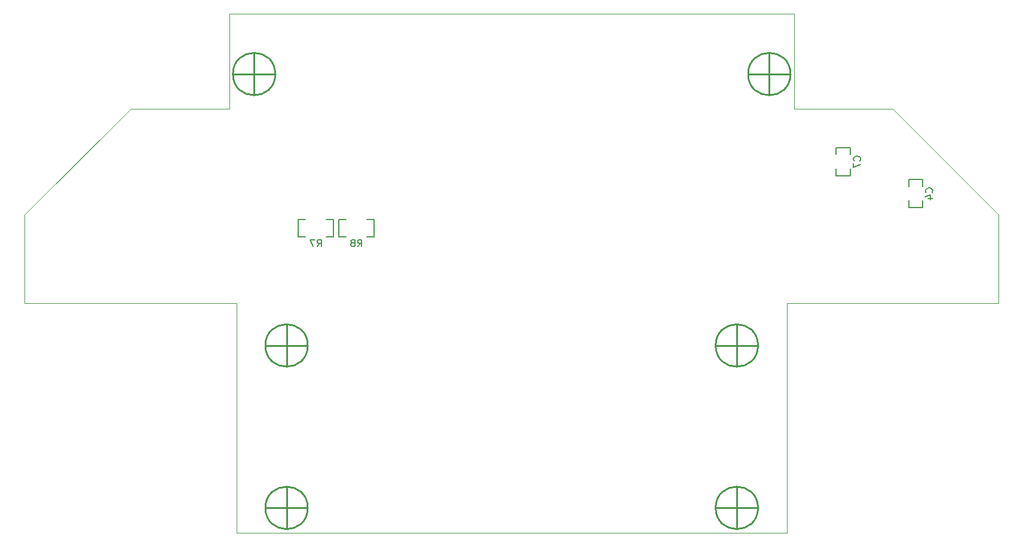
<source format=gbr>
%TF.GenerationSoftware,KiCad,Pcbnew,(7.0.0)*%
%TF.CreationDate,2023-10-30T21:57:29-03:00*%
%TF.ProjectId,Main_Board_COYOTE_TB67H451AFNG,4d61696e-5f42-46f6-9172-645f434f594f,rev?*%
%TF.SameCoordinates,Original*%
%TF.FileFunction,Legend,Bot*%
%TF.FilePolarity,Positive*%
%FSLAX46Y46*%
G04 Gerber Fmt 4.6, Leading zero omitted, Abs format (unit mm)*
G04 Created by KiCad (PCBNEW (7.0.0)) date 2023-10-30 21:57:29*
%MOMM*%
%LPD*%
G01*
G04 APERTURE LIST*
%ADD10C,0.200000*%
%ADD11C,0.254000*%
%ADD12C,0.150000*%
%ADD13C,0.127000*%
%TA.AperFunction,Profile*%
%ADD14C,0.100000*%
%TD*%
G04 APERTURE END LIST*
D10*
%TO.C,C7*%
X197622142Y-92233333D02*
X197669761Y-92185714D01*
X197669761Y-92185714D02*
X197717380Y-92042857D01*
X197717380Y-92042857D02*
X197717380Y-91947619D01*
X197717380Y-91947619D02*
X197669761Y-91804762D01*
X197669761Y-91804762D02*
X197574523Y-91709524D01*
X197574523Y-91709524D02*
X197479285Y-91661905D01*
X197479285Y-91661905D02*
X197288809Y-91614286D01*
X197288809Y-91614286D02*
X197145952Y-91614286D01*
X197145952Y-91614286D02*
X196955476Y-91661905D01*
X196955476Y-91661905D02*
X196860238Y-91709524D01*
X196860238Y-91709524D02*
X196765000Y-91804762D01*
X196765000Y-91804762D02*
X196717380Y-91947619D01*
X196717380Y-91947619D02*
X196717380Y-92042857D01*
X196717380Y-92042857D02*
X196765000Y-92185714D01*
X196765000Y-92185714D02*
X196812619Y-92233333D01*
X196717380Y-92566667D02*
X196717380Y-93233333D01*
X196717380Y-93233333D02*
X197717380Y-92804762D01*
%TO.C,C4*%
X207822142Y-96733333D02*
X207869761Y-96685714D01*
X207869761Y-96685714D02*
X207917380Y-96542857D01*
X207917380Y-96542857D02*
X207917380Y-96447619D01*
X207917380Y-96447619D02*
X207869761Y-96304762D01*
X207869761Y-96304762D02*
X207774523Y-96209524D01*
X207774523Y-96209524D02*
X207679285Y-96161905D01*
X207679285Y-96161905D02*
X207488809Y-96114286D01*
X207488809Y-96114286D02*
X207345952Y-96114286D01*
X207345952Y-96114286D02*
X207155476Y-96161905D01*
X207155476Y-96161905D02*
X207060238Y-96209524D01*
X207060238Y-96209524D02*
X206965000Y-96304762D01*
X206965000Y-96304762D02*
X206917380Y-96447619D01*
X206917380Y-96447619D02*
X206917380Y-96542857D01*
X206917380Y-96542857D02*
X206965000Y-96685714D01*
X206965000Y-96685714D02*
X207012619Y-96733333D01*
X207250714Y-97590476D02*
X207917380Y-97590476D01*
X206869761Y-97352381D02*
X207584047Y-97114286D01*
X207584047Y-97114286D02*
X207584047Y-97733333D01*
%TO.C,R8*%
X126466666Y-104417380D02*
X126799999Y-103941190D01*
X127038094Y-104417380D02*
X127038094Y-103417380D01*
X127038094Y-103417380D02*
X126657142Y-103417380D01*
X126657142Y-103417380D02*
X126561904Y-103465000D01*
X126561904Y-103465000D02*
X126514285Y-103512619D01*
X126514285Y-103512619D02*
X126466666Y-103607857D01*
X126466666Y-103607857D02*
X126466666Y-103750714D01*
X126466666Y-103750714D02*
X126514285Y-103845952D01*
X126514285Y-103845952D02*
X126561904Y-103893571D01*
X126561904Y-103893571D02*
X126657142Y-103941190D01*
X126657142Y-103941190D02*
X127038094Y-103941190D01*
X125895237Y-103845952D02*
X125990475Y-103798333D01*
X125990475Y-103798333D02*
X126038094Y-103750714D01*
X126038094Y-103750714D02*
X126085713Y-103655476D01*
X126085713Y-103655476D02*
X126085713Y-103607857D01*
X126085713Y-103607857D02*
X126038094Y-103512619D01*
X126038094Y-103512619D02*
X125990475Y-103465000D01*
X125990475Y-103465000D02*
X125895237Y-103417380D01*
X125895237Y-103417380D02*
X125704761Y-103417380D01*
X125704761Y-103417380D02*
X125609523Y-103465000D01*
X125609523Y-103465000D02*
X125561904Y-103512619D01*
X125561904Y-103512619D02*
X125514285Y-103607857D01*
X125514285Y-103607857D02*
X125514285Y-103655476D01*
X125514285Y-103655476D02*
X125561904Y-103750714D01*
X125561904Y-103750714D02*
X125609523Y-103798333D01*
X125609523Y-103798333D02*
X125704761Y-103845952D01*
X125704761Y-103845952D02*
X125895237Y-103845952D01*
X125895237Y-103845952D02*
X125990475Y-103893571D01*
X125990475Y-103893571D02*
X126038094Y-103941190D01*
X126038094Y-103941190D02*
X126085713Y-104036428D01*
X126085713Y-104036428D02*
X126085713Y-104226904D01*
X126085713Y-104226904D02*
X126038094Y-104322142D01*
X126038094Y-104322142D02*
X125990475Y-104369761D01*
X125990475Y-104369761D02*
X125895237Y-104417380D01*
X125895237Y-104417380D02*
X125704761Y-104417380D01*
X125704761Y-104417380D02*
X125609523Y-104369761D01*
X125609523Y-104369761D02*
X125561904Y-104322142D01*
X125561904Y-104322142D02*
X125514285Y-104226904D01*
X125514285Y-104226904D02*
X125514285Y-104036428D01*
X125514285Y-104036428D02*
X125561904Y-103941190D01*
X125561904Y-103941190D02*
X125609523Y-103893571D01*
X125609523Y-103893571D02*
X125704761Y-103845952D01*
%TO.C,R7*%
X120716666Y-104417380D02*
X121049999Y-103941190D01*
X121288094Y-104417380D02*
X121288094Y-103417380D01*
X121288094Y-103417380D02*
X120907142Y-103417380D01*
X120907142Y-103417380D02*
X120811904Y-103465000D01*
X120811904Y-103465000D02*
X120764285Y-103512619D01*
X120764285Y-103512619D02*
X120716666Y-103607857D01*
X120716666Y-103607857D02*
X120716666Y-103750714D01*
X120716666Y-103750714D02*
X120764285Y-103845952D01*
X120764285Y-103845952D02*
X120811904Y-103893571D01*
X120811904Y-103893571D02*
X120907142Y-103941190D01*
X120907142Y-103941190D02*
X121288094Y-103941190D01*
X120383332Y-103417380D02*
X119716666Y-103417380D01*
X119716666Y-103417380D02*
X120145237Y-104417380D01*
D11*
%TO.C,H1*%
X116382500Y-115410000D02*
X116382500Y-121410000D01*
X119382500Y-118410000D02*
X113382500Y-118410000D01*
X119382500Y-118410000D02*
G75*
G03*
X119382500Y-118410000I-3000000J0D01*
G01*
%TO.C,H2*%
X180178850Y-115410000D02*
X180178850Y-121410000D01*
X183178850Y-118410000D02*
X177178850Y-118410000D01*
X183178850Y-118410000D02*
G75*
G03*
X183178850Y-118410000I-3000000J0D01*
G01*
%TO.C,H5*%
X184781250Y-76980000D02*
X184781250Y-82980000D01*
X187781250Y-79980000D02*
X181781250Y-79980000D01*
X187781250Y-79980000D02*
G75*
G03*
X187781250Y-79980000I-3000000J0D01*
G01*
%TO.C,H4*%
X116382500Y-138400000D02*
X116382500Y-144400000D01*
X119382500Y-141400000D02*
X113382500Y-141400000D01*
X119382500Y-141400000D02*
G75*
G03*
X119382500Y-141400000I-3000000J0D01*
G01*
%TO.C,H3*%
X180178850Y-138400000D02*
X180178850Y-144400000D01*
X183178850Y-141400000D02*
X177178850Y-141400000D01*
X183178850Y-141400000D02*
G75*
G03*
X183178850Y-141400000I-3000000J0D01*
G01*
%TO.C,H6*%
X111781250Y-76980000D02*
X111781250Y-82980000D01*
X114781250Y-79980000D02*
X108781250Y-79980000D01*
X114781250Y-79980000D02*
G75*
G03*
X114781250Y-79980000I-3000000J0D01*
G01*
D12*
%TO.C,C7*%
X194222500Y-94375250D02*
X194222500Y-93375250D01*
X196222500Y-94375250D02*
X194222500Y-94375250D01*
X196222500Y-93375250D02*
X196222500Y-94375250D01*
D13*
X196222500Y-91375250D02*
X196222500Y-90375250D01*
X194222500Y-90375250D02*
X194222500Y-91375250D01*
X196222500Y-90375250D02*
X194222500Y-90375250D01*
D12*
%TO.C,C4*%
X204531250Y-98875250D02*
X204531250Y-97875250D01*
X206531250Y-98875250D02*
X204531250Y-98875250D01*
X206531250Y-97875250D02*
X206531250Y-98875250D01*
D13*
X206531250Y-95875250D02*
X206531250Y-94875250D01*
X204531250Y-94875250D02*
X204531250Y-95875250D01*
X206531250Y-94875250D02*
X204531250Y-94875250D01*
D12*
%TO.C,R8*%
X128795500Y-103030000D02*
X127795500Y-103030000D01*
X128795500Y-100530000D02*
X128795500Y-103030000D01*
X127795500Y-100530000D02*
X128795500Y-100530000D01*
X124795500Y-103030000D02*
X123795500Y-103030000D01*
X124795500Y-100530000D02*
X123795500Y-100530000D01*
X123795500Y-103030000D02*
X123795500Y-100530000D01*
%TO.C,R7*%
X118039500Y-100530000D02*
X119039500Y-100530000D01*
X118039500Y-103030000D02*
X118039500Y-100530000D01*
X119039500Y-103030000D02*
X118039500Y-103030000D01*
X122039500Y-100530000D02*
X123039500Y-100530000D01*
X122039500Y-103030000D02*
X123039500Y-103030000D01*
X123039500Y-100530000D02*
X123039500Y-103030000D01*
%TD*%
D14*
X187281250Y-144905000D02*
X187281250Y-112405000D01*
X79281250Y-99905000D02*
X79281250Y-112405000D01*
X217281250Y-112405000D02*
X217281250Y-99905000D01*
X108281250Y-71405000D02*
X108281250Y-84905000D01*
X187281250Y-112405000D02*
X217281250Y-112405000D01*
X109281250Y-112405000D02*
X109281250Y-144905000D01*
X94281250Y-84905000D02*
X79281250Y-99905000D01*
X188281250Y-84905000D02*
X188281250Y-71405000D01*
X202281250Y-84905000D02*
X188281250Y-84905000D01*
X217281250Y-99905000D02*
X202281250Y-84905000D01*
X188281250Y-71405000D02*
X108281250Y-71405000D01*
X79281250Y-112405000D02*
X109281250Y-112405000D01*
X109281250Y-144905000D02*
X187281250Y-144905000D01*
X108281250Y-84905000D02*
X94281250Y-84905000D01*
M02*

</source>
